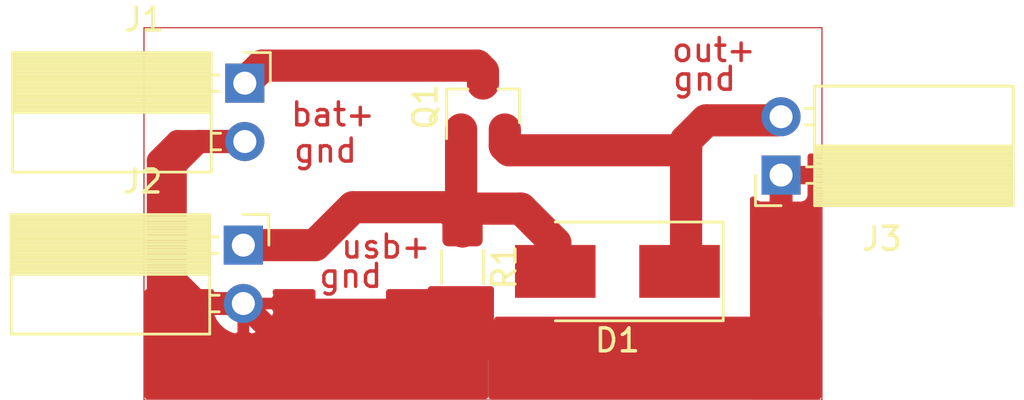
<source format=kicad_pcb>
(kicad_pcb (version 20171130) (host pcbnew "(5.1.10)-1")

  (general
    (thickness 1.6)
    (drawings 10)
    (tracks 41)
    (zones 0)
    (modules 6)
    (nets 5)
  )

  (page A4)
  (layers
    (0 F.Cu signal)
    (31 B.Cu signal)
    (32 B.Adhes user)
    (33 F.Adhes user)
    (34 B.Paste user)
    (35 F.Paste user)
    (36 B.SilkS user)
    (37 F.SilkS user)
    (38 B.Mask user)
    (39 F.Mask user)
    (40 Dwgs.User user)
    (41 Cmts.User user)
    (42 Eco1.User user)
    (43 Eco2.User user)
    (44 Edge.Cuts user)
    (45 Margin user)
    (46 B.CrtYd user)
    (47 F.CrtYd user)
    (48 B.Fab user)
    (49 F.Fab user)
  )

  (setup
    (last_trace_width 1)
    (trace_clearance 0.1)
    (zone_clearance 0)
    (zone_45_only no)
    (trace_min 0.2)
    (via_size 0.8)
    (via_drill 0.4)
    (via_min_size 0.4)
    (via_min_drill 0.3)
    (uvia_size 0.3)
    (uvia_drill 0.1)
    (uvias_allowed no)
    (uvia_min_size 0.2)
    (uvia_min_drill 0.1)
    (edge_width 0.05)
    (segment_width 0.2)
    (pcb_text_width 0.3)
    (pcb_text_size 1.5 1.5)
    (mod_edge_width 0.12)
    (mod_text_size 1 1)
    (mod_text_width 0.15)
    (pad_size 1.524 1.524)
    (pad_drill 0.762)
    (pad_to_mask_clearance 0)
    (aux_axis_origin 0 0)
    (visible_elements 7FFFFFFF)
    (pcbplotparams
      (layerselection 0x00000_7fffffff)
      (usegerberextensions false)
      (usegerberattributes true)
      (usegerberadvancedattributes true)
      (creategerberjobfile true)
      (excludeedgelayer true)
      (linewidth 0.100000)
      (plotframeref false)
      (viasonmask false)
      (mode 1)
      (useauxorigin false)
      (hpglpennumber 1)
      (hpglpenspeed 20)
      (hpglpendiameter 15.000000)
      (psnegative false)
      (psa4output false)
      (plotreference true)
      (plotvalue true)
      (plotinvisibletext false)
      (padsonsilk false)
      (subtractmaskfromsilk false)
      (outputformat 5)
      (mirror true)
      (drillshape 1)
      (scaleselection 1)
      (outputdirectory "./"))
  )

  (net 0 "")
  (net 1 "Net-(D1-Pad2)")
  (net 2 "Net-(D1-Pad1)")
  (net 3 GND)
  (net 4 "Net-(J1-Pad1)")

  (net_class Default "This is the default net class."
    (clearance 0.1)
    (trace_width 1)
    (via_dia 0.8)
    (via_drill 0.4)
    (uvia_dia 0.3)
    (uvia_drill 0.1)
    (add_net GND)
    (add_net "Net-(D1-Pad1)")
    (add_net "Net-(D1-Pad2)")
    (add_net "Net-(J1-Pad1)")
  )

  (module Resistor_SMD:R_1206_3216Metric_Pad1.30x1.75mm_HandSolder (layer F.Cu) (tedit 5F68FEEE) (tstamp 61A84108)
    (at 54.483 27.2415 270)
    (descr "Resistor SMD 1206 (3216 Metric), square (rectangular) end terminal, IPC_7351 nominal with elongated pad for handsoldering. (Body size source: IPC-SM-782 page 72, https://www.pcb-3d.com/wordpress/wp-content/uploads/ipc-sm-782a_amendment_1_and_2.pdf), generated with kicad-footprint-generator")
    (tags "resistor handsolder")
    (path /61A822A3)
    (attr smd)
    (fp_text reference R1 (at 0 -1.82 90) (layer F.SilkS)
      (effects (font (size 1 1) (thickness 0.15)))
    )
    (fp_text value 2.2k (at 0 1.82 90) (layer F.Fab)
      (effects (font (size 1 1) (thickness 0.15)))
    )
    (fp_line (start -1.6 0.8) (end -1.6 -0.8) (layer F.Fab) (width 0.1))
    (fp_line (start -1.6 -0.8) (end 1.6 -0.8) (layer F.Fab) (width 0.1))
    (fp_line (start 1.6 -0.8) (end 1.6 0.8) (layer F.Fab) (width 0.1))
    (fp_line (start 1.6 0.8) (end -1.6 0.8) (layer F.Fab) (width 0.1))
    (fp_line (start -0.727064 -0.91) (end 0.727064 -0.91) (layer F.SilkS) (width 0.12))
    (fp_line (start -0.727064 0.91) (end 0.727064 0.91) (layer F.SilkS) (width 0.12))
    (fp_line (start -2.45 1.12) (end -2.45 -1.12) (layer F.CrtYd) (width 0.05))
    (fp_line (start -2.45 -1.12) (end 2.45 -1.12) (layer F.CrtYd) (width 0.05))
    (fp_line (start 2.45 -1.12) (end 2.45 1.12) (layer F.CrtYd) (width 0.05))
    (fp_line (start 2.45 1.12) (end -2.45 1.12) (layer F.CrtYd) (width 0.05))
    (fp_text user %R (at 0 0 90) (layer F.Fab)
      (effects (font (size 0.8 0.8) (thickness 0.12)))
    )
    (pad 2 smd roundrect (at 1.55 0 270) (size 1.3 1.75) (layers F.Cu F.Paste F.Mask) (roundrect_rratio 0.1923076923076923)
      (net 3 GND))
    (pad 1 smd roundrect (at -1.55 0 270) (size 1.3 1.75) (layers F.Cu F.Paste F.Mask) (roundrect_rratio 0.1923076923076923)
      (net 1 "Net-(D1-Pad2)"))
    (model ${KISYS3DMOD}/Resistor_SMD.3dshapes/R_1206_3216Metric.wrl
      (at (xyz 0 0 0))
      (scale (xyz 1 1 1))
      (rotate (xyz 0 0 0))
    )
  )

  (module Package_TO_SOT_SMD:SOT-23 (layer F.Cu) (tedit 5A02FF57) (tstamp 61A83D17)
    (at 55.372 20.2565 90)
    (descr "SOT-23, Standard")
    (tags SOT-23)
    (path /61A7D904)
    (attr smd)
    (fp_text reference Q1 (at 0 -2.5 90) (layer F.SilkS)
      (effects (font (size 1 1) (thickness 0.15)))
    )
    (fp_text value AO3401A (at 0 2.5 90) (layer F.Fab)
      (effects (font (size 1 1) (thickness 0.15)))
    )
    (fp_line (start -0.7 -0.95) (end -0.7 1.5) (layer F.Fab) (width 0.1))
    (fp_line (start -0.15 -1.52) (end 0.7 -1.52) (layer F.Fab) (width 0.1))
    (fp_line (start -0.7 -0.95) (end -0.15 -1.52) (layer F.Fab) (width 0.1))
    (fp_line (start 0.7 -1.52) (end 0.7 1.52) (layer F.Fab) (width 0.1))
    (fp_line (start -0.7 1.52) (end 0.7 1.52) (layer F.Fab) (width 0.1))
    (fp_line (start 0.76 1.58) (end 0.76 0.65) (layer F.SilkS) (width 0.12))
    (fp_line (start 0.76 -1.58) (end 0.76 -0.65) (layer F.SilkS) (width 0.12))
    (fp_line (start -1.7 -1.75) (end 1.7 -1.75) (layer F.CrtYd) (width 0.05))
    (fp_line (start 1.7 -1.75) (end 1.7 1.75) (layer F.CrtYd) (width 0.05))
    (fp_line (start 1.7 1.75) (end -1.7 1.75) (layer F.CrtYd) (width 0.05))
    (fp_line (start -1.7 1.75) (end -1.7 -1.75) (layer F.CrtYd) (width 0.05))
    (fp_line (start 0.76 -1.58) (end -1.4 -1.58) (layer F.SilkS) (width 0.12))
    (fp_line (start 0.76 1.58) (end -0.7 1.58) (layer F.SilkS) (width 0.12))
    (fp_text user %R (at 0 0) (layer F.Fab)
      (effects (font (size 0.5 0.5) (thickness 0.075)))
    )
    (pad 3 smd rect (at 1 0 90) (size 0.9 0.8) (layers F.Cu F.Paste F.Mask)
      (net 4 "Net-(J1-Pad1)"))
    (pad 2 smd rect (at -1 0.95 90) (size 0.9 0.8) (layers F.Cu F.Paste F.Mask)
      (net 2 "Net-(D1-Pad1)"))
    (pad 1 smd rect (at -1 -0.95 90) (size 0.9 0.8) (layers F.Cu F.Paste F.Mask)
      (net 1 "Net-(D1-Pad2)"))
    (model ${KISYS3DMOD}/Package_TO_SOT_SMD.3dshapes/SOT-23.wrl
      (at (xyz 0 0 0))
      (scale (xyz 1 1 1))
      (rotate (xyz 0 0 0))
    )
  )

  (module Connector_PinSocket_2.54mm:PinSocket_1x02_P2.54mm_Horizontal (layer F.Cu) (tedit 5A19A41B) (tstamp 61A83D02)
    (at 68.326 23.241 180)
    (descr "Through hole angled socket strip, 1x02, 2.54mm pitch, 8.51mm socket length, single row (from Kicad 4.0.7), script generated")
    (tags "Through hole angled socket strip THT 1x02 2.54mm single row")
    (path /61A81FAA)
    (fp_text reference J3 (at -4.38 -2.77) (layer F.SilkS)
      (effects (font (size 1 1) (thickness 0.15)))
    )
    (fp_text value out (at -4.38 5.31) (layer F.Fab)
      (effects (font (size 1 1) (thickness 0.15)))
    )
    (fp_line (start 1.75 4.35) (end 1.75 -1.75) (layer F.CrtYd) (width 0.05))
    (fp_line (start -10.55 4.35) (end 1.75 4.35) (layer F.CrtYd) (width 0.05))
    (fp_line (start -10.55 -1.75) (end -10.55 4.35) (layer F.CrtYd) (width 0.05))
    (fp_line (start 1.75 -1.75) (end -10.55 -1.75) (layer F.CrtYd) (width 0.05))
    (fp_line (start 0 -1.33) (end 1.11 -1.33) (layer F.SilkS) (width 0.12))
    (fp_line (start 1.11 -1.33) (end 1.11 0) (layer F.SilkS) (width 0.12))
    (fp_line (start -10.09 -1.33) (end -10.09 3.87) (layer F.SilkS) (width 0.12))
    (fp_line (start -10.09 3.87) (end -1.46 3.87) (layer F.SilkS) (width 0.12))
    (fp_line (start -1.46 -1.33) (end -1.46 3.87) (layer F.SilkS) (width 0.12))
    (fp_line (start -10.09 -1.33) (end -1.46 -1.33) (layer F.SilkS) (width 0.12))
    (fp_line (start -10.09 1.27) (end -1.46 1.27) (layer F.SilkS) (width 0.12))
    (fp_line (start -1.46 2.9) (end -1.05 2.9) (layer F.SilkS) (width 0.12))
    (fp_line (start -1.46 2.18) (end -1.05 2.18) (layer F.SilkS) (width 0.12))
    (fp_line (start -1.46 0.36) (end -1.11 0.36) (layer F.SilkS) (width 0.12))
    (fp_line (start -1.46 -0.36) (end -1.11 -0.36) (layer F.SilkS) (width 0.12))
    (fp_line (start -10.09 1.1519) (end -1.46 1.1519) (layer F.SilkS) (width 0.12))
    (fp_line (start -10.09 1.033805) (end -1.46 1.033805) (layer F.SilkS) (width 0.12))
    (fp_line (start -10.09 0.91571) (end -1.46 0.91571) (layer F.SilkS) (width 0.12))
    (fp_line (start -10.09 0.797615) (end -1.46 0.797615) (layer F.SilkS) (width 0.12))
    (fp_line (start -10.09 0.67952) (end -1.46 0.67952) (layer F.SilkS) (width 0.12))
    (fp_line (start -10.09 0.561425) (end -1.46 0.561425) (layer F.SilkS) (width 0.12))
    (fp_line (start -10.09 0.44333) (end -1.46 0.44333) (layer F.SilkS) (width 0.12))
    (fp_line (start -10.09 0.325235) (end -1.46 0.325235) (layer F.SilkS) (width 0.12))
    (fp_line (start -10.09 0.20714) (end -1.46 0.20714) (layer F.SilkS) (width 0.12))
    (fp_line (start -10.09 0.089045) (end -1.46 0.089045) (layer F.SilkS) (width 0.12))
    (fp_line (start -10.09 -0.02905) (end -1.46 -0.02905) (layer F.SilkS) (width 0.12))
    (fp_line (start -10.09 -0.147145) (end -1.46 -0.147145) (layer F.SilkS) (width 0.12))
    (fp_line (start -10.09 -0.26524) (end -1.46 -0.26524) (layer F.SilkS) (width 0.12))
    (fp_line (start -10.09 -0.383335) (end -1.46 -0.383335) (layer F.SilkS) (width 0.12))
    (fp_line (start -10.09 -0.50143) (end -1.46 -0.50143) (layer F.SilkS) (width 0.12))
    (fp_line (start -10.09 -0.619525) (end -1.46 -0.619525) (layer F.SilkS) (width 0.12))
    (fp_line (start -10.09 -0.73762) (end -1.46 -0.73762) (layer F.SilkS) (width 0.12))
    (fp_line (start -10.09 -0.855715) (end -1.46 -0.855715) (layer F.SilkS) (width 0.12))
    (fp_line (start -10.09 -0.97381) (end -1.46 -0.97381) (layer F.SilkS) (width 0.12))
    (fp_line (start -10.09 -1.091905) (end -1.46 -1.091905) (layer F.SilkS) (width 0.12))
    (fp_line (start -10.09 -1.21) (end -1.46 -1.21) (layer F.SilkS) (width 0.12))
    (fp_line (start 0 2.84) (end 0 2.24) (layer F.Fab) (width 0.1))
    (fp_line (start -1.52 2.84) (end 0 2.84) (layer F.Fab) (width 0.1))
    (fp_line (start 0 2.24) (end -1.52 2.24) (layer F.Fab) (width 0.1))
    (fp_line (start 0 0.3) (end 0 -0.3) (layer F.Fab) (width 0.1))
    (fp_line (start -1.52 0.3) (end 0 0.3) (layer F.Fab) (width 0.1))
    (fp_line (start 0 -0.3) (end -1.52 -0.3) (layer F.Fab) (width 0.1))
    (fp_line (start -10.03 3.81) (end -10.03 -1.27) (layer F.Fab) (width 0.1))
    (fp_line (start -1.52 3.81) (end -10.03 3.81) (layer F.Fab) (width 0.1))
    (fp_line (start -1.52 -0.3) (end -1.52 3.81) (layer F.Fab) (width 0.1))
    (fp_line (start -2.49 -1.27) (end -1.52 -0.3) (layer F.Fab) (width 0.1))
    (fp_line (start -10.03 -1.27) (end -2.49 -1.27) (layer F.Fab) (width 0.1))
    (fp_text user %R (at -5.775 1.27) (layer F.Fab)
      (effects (font (size 1 1) (thickness 0.15)))
    )
    (pad 1 thru_hole rect (at 0 0 180) (size 1.7 1.7) (drill 1) (layers *.Cu *.Mask)
      (net 3 GND))
    (pad 2 thru_hole oval (at 0 2.54 180) (size 1.7 1.7) (drill 1) (layers *.Cu *.Mask)
      (net 2 "Net-(D1-Pad1)"))
    (model ${KISYS3DMOD}/Connector_PinSocket_2.54mm.3dshapes/PinSocket_1x02_P2.54mm_Horizontal.wrl
      (at (xyz 0 0 0))
      (scale (xyz 1 1 1))
      (rotate (xyz 0 0 0))
    )
  )

  (module Connector_PinSocket_2.54mm:PinSocket_1x02_P2.54mm_Horizontal (layer F.Cu) (tedit 5A19A41B) (tstamp 61A83CCC)
    (at 44.958 26.289)
    (descr "Through hole angled socket strip, 1x02, 2.54mm pitch, 8.51mm socket length, single row (from Kicad 4.0.7), script generated")
    (tags "Through hole angled socket strip THT 1x02 2.54mm single row")
    (path /61A811FE)
    (fp_text reference J2 (at -4.38 -2.77) (layer F.SilkS)
      (effects (font (size 1 1) (thickness 0.15)))
    )
    (fp_text value usb (at -4.38 5.31) (layer F.Fab)
      (effects (font (size 1 1) (thickness 0.15)))
    )
    (fp_line (start -10.03 -1.27) (end -2.49 -1.27) (layer F.Fab) (width 0.1))
    (fp_line (start -2.49 -1.27) (end -1.52 -0.3) (layer F.Fab) (width 0.1))
    (fp_line (start -1.52 -0.3) (end -1.52 3.81) (layer F.Fab) (width 0.1))
    (fp_line (start -1.52 3.81) (end -10.03 3.81) (layer F.Fab) (width 0.1))
    (fp_line (start -10.03 3.81) (end -10.03 -1.27) (layer F.Fab) (width 0.1))
    (fp_line (start 0 -0.3) (end -1.52 -0.3) (layer F.Fab) (width 0.1))
    (fp_line (start -1.52 0.3) (end 0 0.3) (layer F.Fab) (width 0.1))
    (fp_line (start 0 0.3) (end 0 -0.3) (layer F.Fab) (width 0.1))
    (fp_line (start 0 2.24) (end -1.52 2.24) (layer F.Fab) (width 0.1))
    (fp_line (start -1.52 2.84) (end 0 2.84) (layer F.Fab) (width 0.1))
    (fp_line (start 0 2.84) (end 0 2.24) (layer F.Fab) (width 0.1))
    (fp_line (start -10.09 -1.21) (end -1.46 -1.21) (layer F.SilkS) (width 0.12))
    (fp_line (start -10.09 -1.091905) (end -1.46 -1.091905) (layer F.SilkS) (width 0.12))
    (fp_line (start -10.09 -0.97381) (end -1.46 -0.97381) (layer F.SilkS) (width 0.12))
    (fp_line (start -10.09 -0.855715) (end -1.46 -0.855715) (layer F.SilkS) (width 0.12))
    (fp_line (start -10.09 -0.73762) (end -1.46 -0.73762) (layer F.SilkS) (width 0.12))
    (fp_line (start -10.09 -0.619525) (end -1.46 -0.619525) (layer F.SilkS) (width 0.12))
    (fp_line (start -10.09 -0.50143) (end -1.46 -0.50143) (layer F.SilkS) (width 0.12))
    (fp_line (start -10.09 -0.383335) (end -1.46 -0.383335) (layer F.SilkS) (width 0.12))
    (fp_line (start -10.09 -0.26524) (end -1.46 -0.26524) (layer F.SilkS) (width 0.12))
    (fp_line (start -10.09 -0.147145) (end -1.46 -0.147145) (layer F.SilkS) (width 0.12))
    (fp_line (start -10.09 -0.02905) (end -1.46 -0.02905) (layer F.SilkS) (width 0.12))
    (fp_line (start -10.09 0.089045) (end -1.46 0.089045) (layer F.SilkS) (width 0.12))
    (fp_line (start -10.09 0.20714) (end -1.46 0.20714) (layer F.SilkS) (width 0.12))
    (fp_line (start -10.09 0.325235) (end -1.46 0.325235) (layer F.SilkS) (width 0.12))
    (fp_line (start -10.09 0.44333) (end -1.46 0.44333) (layer F.SilkS) (width 0.12))
    (fp_line (start -10.09 0.561425) (end -1.46 0.561425) (layer F.SilkS) (width 0.12))
    (fp_line (start -10.09 0.67952) (end -1.46 0.67952) (layer F.SilkS) (width 0.12))
    (fp_line (start -10.09 0.797615) (end -1.46 0.797615) (layer F.SilkS) (width 0.12))
    (fp_line (start -10.09 0.91571) (end -1.46 0.91571) (layer F.SilkS) (width 0.12))
    (fp_line (start -10.09 1.033805) (end -1.46 1.033805) (layer F.SilkS) (width 0.12))
    (fp_line (start -10.09 1.1519) (end -1.46 1.1519) (layer F.SilkS) (width 0.12))
    (fp_line (start -1.46 -0.36) (end -1.11 -0.36) (layer F.SilkS) (width 0.12))
    (fp_line (start -1.46 0.36) (end -1.11 0.36) (layer F.SilkS) (width 0.12))
    (fp_line (start -1.46 2.18) (end -1.05 2.18) (layer F.SilkS) (width 0.12))
    (fp_line (start -1.46 2.9) (end -1.05 2.9) (layer F.SilkS) (width 0.12))
    (fp_line (start -10.09 1.27) (end -1.46 1.27) (layer F.SilkS) (width 0.12))
    (fp_line (start -10.09 -1.33) (end -1.46 -1.33) (layer F.SilkS) (width 0.12))
    (fp_line (start -1.46 -1.33) (end -1.46 3.87) (layer F.SilkS) (width 0.12))
    (fp_line (start -10.09 3.87) (end -1.46 3.87) (layer F.SilkS) (width 0.12))
    (fp_line (start -10.09 -1.33) (end -10.09 3.87) (layer F.SilkS) (width 0.12))
    (fp_line (start 1.11 -1.33) (end 1.11 0) (layer F.SilkS) (width 0.12))
    (fp_line (start 0 -1.33) (end 1.11 -1.33) (layer F.SilkS) (width 0.12))
    (fp_line (start 1.75 -1.75) (end -10.55 -1.75) (layer F.CrtYd) (width 0.05))
    (fp_line (start -10.55 -1.75) (end -10.55 4.35) (layer F.CrtYd) (width 0.05))
    (fp_line (start -10.55 4.35) (end 1.75 4.35) (layer F.CrtYd) (width 0.05))
    (fp_line (start 1.75 4.35) (end 1.75 -1.75) (layer F.CrtYd) (width 0.05))
    (fp_text user %R (at -5.775 1.27) (layer F.Fab)
      (effects (font (size 1 1) (thickness 0.15)))
    )
    (pad 2 thru_hole oval (at 0 2.54) (size 1.7 1.7) (drill 1) (layers *.Cu *.Mask)
      (net 3 GND))
    (pad 1 thru_hole rect (at 0 0) (size 1.7 1.7) (drill 1) (layers *.Cu *.Mask)
      (net 1 "Net-(D1-Pad2)"))
    (model ${KISYS3DMOD}/Connector_PinSocket_2.54mm.3dshapes/PinSocket_1x02_P2.54mm_Horizontal.wrl
      (at (xyz 0 0 0))
      (scale (xyz 1 1 1))
      (rotate (xyz 0 0 0))
    )
  )

  (module Connector_PinSocket_2.54mm:PinSocket_1x02_P2.54mm_Horizontal (layer F.Cu) (tedit 5A19A41B) (tstamp 61A83C96)
    (at 45.0215 19.2405)
    (descr "Through hole angled socket strip, 1x02, 2.54mm pitch, 8.51mm socket length, single row (from Kicad 4.0.7), script generated")
    (tags "Through hole angled socket strip THT 1x02 2.54mm single row")
    (path /61A7F626)
    (fp_text reference J1 (at -4.38 -2.77) (layer F.SilkS)
      (effects (font (size 1 1) (thickness 0.15)))
    )
    (fp_text value bat (at -4.38 5.31) (layer F.Fab)
      (effects (font (size 1 1) (thickness 0.15)))
    )
    (fp_line (start -10.03 -1.27) (end -2.49 -1.27) (layer F.Fab) (width 0.1))
    (fp_line (start -2.49 -1.27) (end -1.52 -0.3) (layer F.Fab) (width 0.1))
    (fp_line (start -1.52 -0.3) (end -1.52 3.81) (layer F.Fab) (width 0.1))
    (fp_line (start -1.52 3.81) (end -10.03 3.81) (layer F.Fab) (width 0.1))
    (fp_line (start -10.03 3.81) (end -10.03 -1.27) (layer F.Fab) (width 0.1))
    (fp_line (start 0 -0.3) (end -1.52 -0.3) (layer F.Fab) (width 0.1))
    (fp_line (start -1.52 0.3) (end 0 0.3) (layer F.Fab) (width 0.1))
    (fp_line (start 0 0.3) (end 0 -0.3) (layer F.Fab) (width 0.1))
    (fp_line (start 0 2.24) (end -1.52 2.24) (layer F.Fab) (width 0.1))
    (fp_line (start -1.52 2.84) (end 0 2.84) (layer F.Fab) (width 0.1))
    (fp_line (start 0 2.84) (end 0 2.24) (layer F.Fab) (width 0.1))
    (fp_line (start -10.09 -1.21) (end -1.46 -1.21) (layer F.SilkS) (width 0.12))
    (fp_line (start -10.09 -1.091905) (end -1.46 -1.091905) (layer F.SilkS) (width 0.12))
    (fp_line (start -10.09 -0.97381) (end -1.46 -0.97381) (layer F.SilkS) (width 0.12))
    (fp_line (start -10.09 -0.855715) (end -1.46 -0.855715) (layer F.SilkS) (width 0.12))
    (fp_line (start -10.09 -0.73762) (end -1.46 -0.73762) (layer F.SilkS) (width 0.12))
    (fp_line (start -10.09 -0.619525) (end -1.46 -0.619525) (layer F.SilkS) (width 0.12))
    (fp_line (start -10.09 -0.50143) (end -1.46 -0.50143) (layer F.SilkS) (width 0.12))
    (fp_line (start -10.09 -0.383335) (end -1.46 -0.383335) (layer F.SilkS) (width 0.12))
    (fp_line (start -10.09 -0.26524) (end -1.46 -0.26524) (layer F.SilkS) (width 0.12))
    (fp_line (start -10.09 -0.147145) (end -1.46 -0.147145) (layer F.SilkS) (width 0.12))
    (fp_line (start -10.09 -0.02905) (end -1.46 -0.02905) (layer F.SilkS) (width 0.12))
    (fp_line (start -10.09 0.089045) (end -1.46 0.089045) (layer F.SilkS) (width 0.12))
    (fp_line (start -10.09 0.20714) (end -1.46 0.20714) (layer F.SilkS) (width 0.12))
    (fp_line (start -10.09 0.325235) (end -1.46 0.325235) (layer F.SilkS) (width 0.12))
    (fp_line (start -10.09 0.44333) (end -1.46 0.44333) (layer F.SilkS) (width 0.12))
    (fp_line (start -10.09 0.561425) (end -1.46 0.561425) (layer F.SilkS) (width 0.12))
    (fp_line (start -10.09 0.67952) (end -1.46 0.67952) (layer F.SilkS) (width 0.12))
    (fp_line (start -10.09 0.797615) (end -1.46 0.797615) (layer F.SilkS) (width 0.12))
    (fp_line (start -10.09 0.91571) (end -1.46 0.91571) (layer F.SilkS) (width 0.12))
    (fp_line (start -10.09 1.033805) (end -1.46 1.033805) (layer F.SilkS) (width 0.12))
    (fp_line (start -10.09 1.1519) (end -1.46 1.1519) (layer F.SilkS) (width 0.12))
    (fp_line (start -1.46 -0.36) (end -1.11 -0.36) (layer F.SilkS) (width 0.12))
    (fp_line (start -1.46 0.36) (end -1.11 0.36) (layer F.SilkS) (width 0.12))
    (fp_line (start -1.46 2.18) (end -1.05 2.18) (layer F.SilkS) (width 0.12))
    (fp_line (start -1.46 2.9) (end -1.05 2.9) (layer F.SilkS) (width 0.12))
    (fp_line (start -10.09 1.27) (end -1.46 1.27) (layer F.SilkS) (width 0.12))
    (fp_line (start -10.09 -1.33) (end -1.46 -1.33) (layer F.SilkS) (width 0.12))
    (fp_line (start -1.46 -1.33) (end -1.46 3.87) (layer F.SilkS) (width 0.12))
    (fp_line (start -10.09 3.87) (end -1.46 3.87) (layer F.SilkS) (width 0.12))
    (fp_line (start -10.09 -1.33) (end -10.09 3.87) (layer F.SilkS) (width 0.12))
    (fp_line (start 1.11 -1.33) (end 1.11 0) (layer F.SilkS) (width 0.12))
    (fp_line (start 0 -1.33) (end 1.11 -1.33) (layer F.SilkS) (width 0.12))
    (fp_line (start 1.75 -1.75) (end -10.55 -1.75) (layer F.CrtYd) (width 0.05))
    (fp_line (start -10.55 -1.75) (end -10.55 4.35) (layer F.CrtYd) (width 0.05))
    (fp_line (start -10.55 4.35) (end 1.75 4.35) (layer F.CrtYd) (width 0.05))
    (fp_line (start 1.75 4.35) (end 1.75 -1.75) (layer F.CrtYd) (width 0.05))
    (fp_text user %R (at -5.775 1.27) (layer F.Fab)
      (effects (font (size 1 1) (thickness 0.15)))
    )
    (pad 2 thru_hole oval (at 0 2.54) (size 1.7 1.7) (drill 1) (layers *.Cu *.Mask)
      (net 3 GND))
    (pad 1 thru_hole rect (at 0 0) (size 1.7 1.7) (drill 1) (layers *.Cu *.Mask)
      (net 4 "Net-(J1-Pad1)"))
    (model ${KISYS3DMOD}/Connector_PinSocket_2.54mm.3dshapes/PinSocket_1x02_P2.54mm_Horizontal.wrl
      (at (xyz 0 0 0))
      (scale (xyz 1 1 1))
      (rotate (xyz 0 0 0))
    )
  )

  (module Diode_SMD:D_SMB_Handsoldering (layer F.Cu) (tedit 590B3D55) (tstamp 61A83C60)
    (at 61.214 27.432 180)
    (descr "Diode SMB (DO-214AA) Handsoldering")
    (tags "Diode SMB (DO-214AA) Handsoldering")
    (path /61A839BD)
    (attr smd)
    (fp_text reference D1 (at 0 -3) (layer F.SilkS)
      (effects (font (size 1 1) (thickness 0.15)))
    )
    (fp_text value ss14 (at 0 3) (layer F.Fab)
      (effects (font (size 1 1) (thickness 0.15)))
    )
    (fp_line (start -4.6 -2.15) (end -4.6 2.15) (layer F.SilkS) (width 0.12))
    (fp_line (start 2.3 2) (end -2.3 2) (layer F.Fab) (width 0.1))
    (fp_line (start -2.3 2) (end -2.3 -2) (layer F.Fab) (width 0.1))
    (fp_line (start 2.3 -2) (end 2.3 2) (layer F.Fab) (width 0.1))
    (fp_line (start 2.3 -2) (end -2.3 -2) (layer F.Fab) (width 0.1))
    (fp_line (start -4.7 -2.25) (end 4.7 -2.25) (layer F.CrtYd) (width 0.05))
    (fp_line (start 4.7 -2.25) (end 4.7 2.25) (layer F.CrtYd) (width 0.05))
    (fp_line (start 4.7 2.25) (end -4.7 2.25) (layer F.CrtYd) (width 0.05))
    (fp_line (start -4.7 2.25) (end -4.7 -2.25) (layer F.CrtYd) (width 0.05))
    (fp_line (start -0.64944 0.00102) (end -1.55114 0.00102) (layer F.Fab) (width 0.1))
    (fp_line (start 0.50118 0.00102) (end 1.4994 0.00102) (layer F.Fab) (width 0.1))
    (fp_line (start -0.64944 -0.79908) (end -0.64944 0.80112) (layer F.Fab) (width 0.1))
    (fp_line (start 0.50118 0.75032) (end 0.50118 -0.79908) (layer F.Fab) (width 0.1))
    (fp_line (start -0.64944 0.00102) (end 0.50118 0.75032) (layer F.Fab) (width 0.1))
    (fp_line (start -0.64944 0.00102) (end 0.50118 -0.79908) (layer F.Fab) (width 0.1))
    (fp_line (start -4.6 2.15) (end 2.7 2.15) (layer F.SilkS) (width 0.12))
    (fp_line (start -4.6 -2.15) (end 2.7 -2.15) (layer F.SilkS) (width 0.12))
    (fp_text user %R (at 0 -3) (layer F.Fab)
      (effects (font (size 1 1) (thickness 0.15)))
    )
    (pad 2 smd rect (at 2.7 0 180) (size 3.5 2.3) (layers F.Cu F.Paste F.Mask)
      (net 1 "Net-(D1-Pad2)"))
    (pad 1 smd rect (at -2.7 0 180) (size 3.5 2.3) (layers F.Cu F.Paste F.Mask)
      (net 2 "Net-(D1-Pad1)"))
    (model ${KISYS3DMOD}/Diode_SMD.3dshapes/D_SMB.wrl
      (at (xyz 0 0 0))
      (scale (xyz 1 1 1))
      (rotate (xyz 0 0 0))
    )
  )

  (gr_line (start 40.64 33.02) (end 40.64 16.8275) (layer F.Cu) (width 0.05) (tstamp 61ACEEB7))
  (gr_text gnd (at 65 19.05) (layer F.Cu)
    (effects (font (size 1 1) (thickness 0.15)))
  )
  (gr_text out+ (at 65.4 17.8) (layer F.Cu)
    (effects (font (size 1 1) (thickness 0.15)))
  )
  (gr_text gnd (at 49.625 27.625) (layer F.Cu)
    (effects (font (size 1 1) (thickness 0.15)))
  )
  (gr_text usb+ (at 51.15 26.35) (layer F.Cu)
    (effects (font (size 1 1) (thickness 0.15)))
  )
  (gr_text gnd (at 48.525 22.175) (layer F.Cu)
    (effects (font (size 1 1) (thickness 0.15)))
  )
  (gr_text bat+ (at 48.85 20.6) (layer F.Cu)
    (effects (font (size 1 1) (thickness 0.15)))
  )
  (gr_line (start 70.104 33.02) (end 40.64 33.02) (layer F.Cu) (width 0.05))
  (gr_line (start 70.104 16.8275) (end 70.104 33.02) (layer F.Cu) (width 0.05))
  (gr_line (start 40.64 16.8275) (end 70.104 16.8275) (layer F.Cu) (width 0.05))

  (segment (start 54.422 25.6305) (end 54.483 25.6915) (width 1.4) (layer F.Cu) (net 1))
  (segment (start 48.071817 26.289) (end 49.722817 24.638) (width 1.4) (layer F.Cu) (net 1))
  (segment (start 44.958 26.289) (end 48.071817 26.289) (width 1.4) (layer F.Cu) (net 1))
  (segment (start 54.483 25.6915) (end 54.483 25.273) (width 1.4) (layer F.Cu) (net 1))
  (segment (start 53.848 24.638) (end 49.722817 24.638) (width 1.4) (layer F.Cu) (net 1))
  (segment (start 54.483 25.273) (end 53.848 24.638) (width 1.4) (layer F.Cu) (net 1))
  (segment (start 58.514 27.432) (end 58.514 26.1925) (width 1.4) (layer F.Cu) (net 1))
  (segment (start 58.514 26.1925) (end 57.0205 24.699) (width 1.4) (layer F.Cu) (net 1))
  (segment (start 54.422 24.699) (end 54.422 25.6305) (width 1.4) (layer F.Cu) (net 1))
  (segment (start 57.0205 24.699) (end 54.422 24.699) (width 1.4) (layer F.Cu) (net 1))
  (segment (start 54.422 21.2565) (end 54.422 24.699) (width 1.4) (layer F.Cu) (net 1))
  (segment (start 56.322 21.2565) (end 56.322 21.9685) (width 1.4) (layer F.Cu) (net 2))
  (segment (start 56.322 21.9685) (end 56.515 22.1615) (width 1.4) (layer F.Cu) (net 2))
  (segment (start 56.515 22.1615) (end 64.1985 22.1615) (width 1.4) (layer F.Cu) (net 2))
  (segment (start 64.1985 22.1615) (end 64.1985 21.730931) (width 1.4) (layer F.Cu) (net 2))
  (segment (start 68.16861 20.85839) (end 68.326 20.701) (width 1.4) (layer F.Cu) (net 2))
  (segment (start 65.071041 20.85839) (end 68.16861 20.85839) (width 1.4) (layer F.Cu) (net 2))
  (segment (start 64.1985 21.730931) (end 65.071041 20.85839) (width 1.4) (layer F.Cu) (net 2))
  (segment (start 64.1985 27.1475) (end 63.914 27.432) (width 1.4) (layer F.Cu) (net 2))
  (segment (start 64.1985 21.730931) (end 64.1985 27.1475) (width 1.4) (layer F.Cu) (net 2))
  (segment (start 44.958 28.829) (end 46.729 30.6) (width 1) (layer F.Cu) (net 3))
  (segment (start 46.729 30.6) (end 53.6 30.6) (width 1) (layer F.Cu) (net 3))
  (segment (start 54.483 29.717) (end 54.483 28.7915) (width 1) (layer F.Cu) (net 3))
  (segment (start 53.6 30.6) (end 54.483 29.717) (width 1) (layer F.Cu) (net 3))
  (segment (start 54.483 28.7915) (end 54.483 29.683) (width 1) (layer F.Cu) (net 3))
  (segment (start 54.483 29.683) (end 55.6 30.8) (width 1) (layer F.Cu) (net 3))
  (segment (start 55.6 30.8) (end 66.4 30.8) (width 1) (layer F.Cu) (net 3))
  (segment (start 68.326 28.874) (end 68.326 23.241) (width 1) (layer F.Cu) (net 3))
  (segment (start 66.4 30.8) (end 68.326 28.874) (width 1) (layer F.Cu) (net 3))
  (segment (start 45.0215 21.7805) (end 42.0945 21.7805) (width 1) (layer F.Cu) (net 3))
  (segment (start 42.0945 21.7805) (end 41.26501 22.60999) (width 1) (layer F.Cu) (net 3))
  (segment (start 41.26501 22.60999) (end 41.26501 28.36501) (width 1) (layer F.Cu) (net 3))
  (segment (start 42 22.8) (end 42 27.8) (width 1) (layer F.Cu) (net 3))
  (segment (start 42 27.8) (end 43.029 28.829) (width 1) (layer F.Cu) (net 3))
  (segment (start 43.029 28.829) (end 44.958 28.829) (width 1) (layer F.Cu) (net 3))
  (segment (start 45.0215 21.7805) (end 43.0195 21.7805) (width 1) (layer F.Cu) (net 3))
  (segment (start 43.0195 21.7805) (end 42 22.8) (width 1) (layer F.Cu) (net 3))
  (segment (start 45.0215 19.2405) (end 45.7835 18.4785) (width 1.4) (layer F.Cu) (net 4))
  (segment (start 45.7835 18.4785) (end 55.118 18.4785) (width 1.4) (layer F.Cu) (net 4))
  (segment (start 55.372 18.7325) (end 55.372 19.2565) (width 1.4) (layer F.Cu) (net 4))
  (segment (start 55.118 18.4785) (end 55.372 18.7325) (width 1.4) (layer F.Cu) (net 4))

  (zone (net 3) (net_name GND) (layer F.Cu) (tstamp 61AD0826) (hatch edge 0.508)
    (connect_pads (clearance 0))
    (min_thickness 0.254)
    (fill yes (arc_segments 32) (thermal_gap 0.508) (thermal_bridge_width 0.508))
    (polygon
      (pts
        (xy 55.6 33) (xy 40.6 33) (xy 40.6 28.2) (xy 55.6 28.2)
      )
    )
    (filled_polygon
      (pts
        (xy 43.516524 28.47211) (xy 43.637845 28.702) (xy 44.831 28.702) (xy 44.831 28.682) (xy 45.085 28.682)
        (xy 45.085 28.702) (xy 46.278155 28.702) (xy 46.399476 28.47211) (xy 46.355462 28.327) (xy 47.965857 28.327)
        (xy 47.965857 28.7445) (xy 51.284143 28.7445) (xy 51.284143 28.327) (xy 52.971492 28.327) (xy 52.973 28.50575)
        (xy 53.13175 28.6645) (xy 54.356 28.6645) (xy 54.356 28.6445) (xy 54.61 28.6445) (xy 54.61 28.6645)
        (xy 54.63 28.6645) (xy 54.63 28.9185) (xy 54.61 28.9185) (xy 54.61 29.91775) (xy 54.76875 30.0765)
        (xy 55.358 30.079572) (xy 55.473 30.068246) (xy 55.473 32.868) (xy 40.792 32.868) (xy 40.792 29.18589)
        (xy 43.516524 29.18589) (xy 43.561175 29.333099) (xy 43.686359 29.59592) (xy 43.860412 29.829269) (xy 44.076645 30.024178)
        (xy 44.326748 30.173157) (xy 44.601109 30.270481) (xy 44.831 30.149814) (xy 44.831 28.956) (xy 45.085 28.956)
        (xy 45.085 30.149814) (xy 45.314891 30.270481) (xy 45.589252 30.173157) (xy 45.839355 30.024178) (xy 46.055588 29.829269)
        (xy 46.229641 29.59592) (xy 46.303192 29.4415) (xy 52.969928 29.4415) (xy 52.982188 29.565982) (xy 53.018498 29.68568)
        (xy 53.077463 29.795994) (xy 53.156815 29.892685) (xy 53.253506 29.972037) (xy 53.36382 30.031002) (xy 53.483518 30.067312)
        (xy 53.608 30.079572) (xy 54.19725 30.0765) (xy 54.356 29.91775) (xy 54.356 28.9185) (xy 53.13175 28.9185)
        (xy 52.973 29.07725) (xy 52.969928 29.4415) (xy 46.303192 29.4415) (xy 46.354825 29.333099) (xy 46.399476 29.18589)
        (xy 46.278155 28.956) (xy 45.085 28.956) (xy 44.831 28.956) (xy 43.637845 28.956) (xy 43.516524 29.18589)
        (xy 40.792 29.18589) (xy 40.792 28.327) (xy 43.560538 28.327)
      )
    )
  )
  (zone (net 3) (net_name GND) (layer F.Cu) (tstamp 61AD0823) (hatch edge 0.508)
    (connect_pads (clearance 0))
    (min_thickness 0.254)
    (fill yes (arc_segments 32) (thermal_gap 0.508) (thermal_bridge_width 0.508))
    (polygon
      (pts
        (xy 70.1 33.025) (xy 55.6 33.025) (xy 55.6 29.4) (xy 70.1 29.4)
      )
    )
    (filled_polygon
      (pts
        (xy 69.952001 32.868) (xy 55.727 32.868) (xy 55.727 29.960132) (xy 55.809185 29.892685) (xy 55.888537 29.795994)
        (xy 55.947502 29.68568) (xy 55.983812 29.565982) (xy 55.987651 29.527) (xy 69.952001 29.527)
      )
    )
  )
  (zone (net 3) (net_name GND) (layer F.Cu) (tstamp 61AD0820) (hatch edge 0.508)
    (connect_pads yes (clearance 0))
    (min_thickness 0.254)
    (fill yes (arc_segments 32) (thermal_gap 0.508) (thermal_bridge_width 0.508))
    (polygon
      (pts
        (xy 55.85 30.15) (xy 52.975 30.15) (xy 52.975 28.075) (xy 55.85 28.075)
      )
    )
    (filled_polygon
      (pts
        (xy 55.723 30.023) (xy 53.102 30.023) (xy 53.102 28.202) (xy 55.723 28.202)
      )
    )
  )
  (zone (net 3) (net_name GND) (layer F.Cu) (tstamp 61AD081D) (hatch edge 0.508)
    (connect_pads (clearance 0))
    (min_thickness 0.254)
    (fill yes (arc_segments 32) (thermal_gap 0.3) (thermal_bridge_width 0.8))
    (polygon
      (pts
        (xy 70.075 33.025) (xy 66.975 33.025) (xy 66.975 22.3) (xy 70.075 22.3)
      )
    )
    (filled_polygon
      (pts
        (xy 69.948 32.868) (xy 67.102 32.868) (xy 67.102 24.297113) (xy 67.119245 24.329376) (xy 67.172605 24.394395)
        (xy 67.237624 24.447755) (xy 67.311804 24.487405) (xy 67.392293 24.511822) (xy 67.476 24.520066) (xy 67.94625 24.518)
        (xy 68.053 24.41125) (xy 68.053 23.514) (xy 68.599 23.514) (xy 68.599 24.41125) (xy 68.70575 24.518)
        (xy 69.176 24.520066) (xy 69.259707 24.511822) (xy 69.340196 24.487405) (xy 69.414376 24.447755) (xy 69.479395 24.394395)
        (xy 69.532755 24.329376) (xy 69.572405 24.255196) (xy 69.596822 24.174707) (xy 69.605066 24.091) (xy 69.603 23.62075)
        (xy 69.49625 23.514) (xy 68.599 23.514) (xy 68.053 23.514) (xy 68.033 23.514) (xy 68.033 22.968)
        (xy 68.053 22.968) (xy 68.053 22.948) (xy 68.599 22.948) (xy 68.599 22.968) (xy 69.49625 22.968)
        (xy 69.603 22.86125) (xy 69.604908 22.427) (xy 69.948 22.427)
      )
    )
  )
)

</source>
